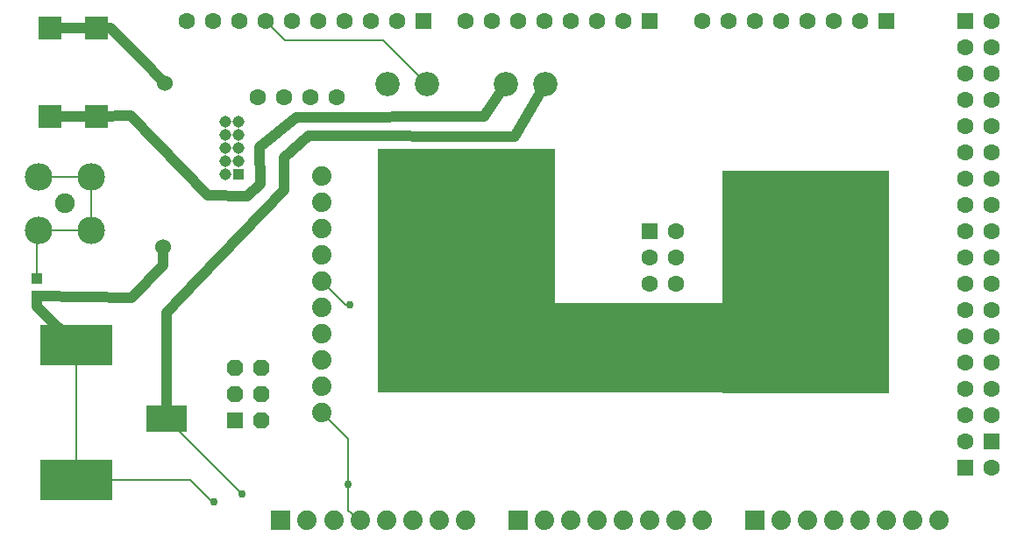
<source format=gbr>
G04 EAGLE Gerber RS-274X export*
G75*
%MOMM*%
%FSLAX34Y34*%
%LPD*%
%INTop Copper*%
%IPPOS*%
%AMOC8*
5,1,8,0,0,1.08239X$1,22.5*%
G01*
%ADD10R,49.326800X8.737600*%
%ADD11R,16.052800X21.564600*%
%ADD12R,1.879600X1.879600*%
%ADD13C,1.879600*%
%ADD14R,1.600200X1.600200*%
%ADD15C,1.600200*%
%ADD16C,1.143000*%
%ADD17R,1.108000X1.108000*%
%ADD18P,1.732040X8X22.500000*%
%ADD19R,4.000000X2.500000*%
%ADD20R,7.000000X4.000000*%
%ADD21C,2.355000*%
%ADD22R,17.200000X20.000000*%
%ADD23R,1.000000X1.100000*%
%ADD24C,1.905000*%
%ADD25C,2.667000*%
%ADD26R,2.200000X2.200000*%
%ADD27C,0.203200*%
%ADD28C,1.016000*%
%ADD29C,0.756400*%
%ADD30C,1.524000*%


D10*
X948436Y417830D03*
D11*
X1114806Y481965D03*
D12*
X836930Y251460D03*
D13*
X862330Y251460D03*
X887730Y251460D03*
X913130Y251460D03*
X938530Y251460D03*
X963930Y251460D03*
X989330Y251460D03*
X1014730Y251460D03*
X684530Y251460D03*
X709930Y251460D03*
X735330Y251460D03*
X760730Y251460D03*
X786130Y251460D03*
D12*
X1065530Y251460D03*
D13*
X1090930Y251460D03*
X1116330Y251460D03*
X1141730Y251460D03*
X1167130Y251460D03*
X1192530Y251460D03*
X1217930Y251460D03*
X1243330Y251460D03*
D14*
X1294130Y327660D03*
D15*
X1268730Y327660D03*
X1294130Y353060D03*
X1268730Y353060D03*
X1294130Y378460D03*
X1268730Y378460D03*
X1294130Y403860D03*
X1268730Y403860D03*
X1294130Y429260D03*
X1268730Y429260D03*
X1294130Y454660D03*
X1268730Y454660D03*
X1294130Y480060D03*
X1268730Y480060D03*
X1294130Y505460D03*
X1268730Y505460D03*
X1294130Y530860D03*
X1268730Y530860D03*
X1294130Y556260D03*
X1268730Y556260D03*
X1294130Y581660D03*
X1268730Y581660D03*
X1294130Y607060D03*
X1268730Y607060D03*
X1294130Y632460D03*
X1268730Y632460D03*
X1294130Y657860D03*
X1268730Y657860D03*
X1294130Y683260D03*
X1268730Y683260D03*
X1294130Y708660D03*
X1268730Y708660D03*
D14*
X1192530Y734060D03*
D15*
X1167130Y734060D03*
X1141730Y734060D03*
X1116330Y734060D03*
X1090930Y734060D03*
X1065530Y734060D03*
X1040130Y734060D03*
X1014730Y734060D03*
D14*
X963930Y530860D03*
D15*
X963930Y505460D03*
X963930Y480060D03*
X989330Y530860D03*
X989330Y505460D03*
X989330Y480060D03*
D14*
X1268730Y734060D03*
D15*
X1294130Y734060D03*
D14*
X1268730Y302260D03*
D15*
X1294130Y302260D03*
D14*
X963930Y734060D03*
D15*
X938530Y734060D03*
X913130Y734060D03*
X887730Y734060D03*
X862330Y734060D03*
X836930Y734060D03*
X811530Y734060D03*
X786130Y734060D03*
D14*
X745490Y734060D03*
D15*
X720090Y734060D03*
X694690Y734060D03*
X669290Y734060D03*
X643890Y734060D03*
X618490Y734060D03*
X593090Y734060D03*
X567690Y734060D03*
X542290Y734060D03*
X516890Y734060D03*
D16*
X554393Y636342D03*
X554393Y623642D03*
X567093Y623642D03*
X567093Y636342D03*
X554393Y610942D03*
X567093Y610942D03*
X554393Y598242D03*
X567093Y598242D03*
X554393Y585542D03*
D17*
X567093Y585542D03*
D15*
X661807Y660626D03*
X636407Y660626D03*
X611007Y660626D03*
X585607Y660626D03*
D18*
X564040Y398660D03*
X564040Y373260D03*
D14*
X564040Y347860D03*
D18*
X589440Y398660D03*
X589440Y373260D03*
X589440Y347860D03*
D12*
X608260Y251330D03*
D13*
X633660Y251330D03*
X659130Y251450D03*
D19*
X497900Y349600D03*
D20*
X410400Y420600D03*
X410400Y290600D03*
D21*
X863600Y673100D03*
X825500Y673100D03*
X749300Y673100D03*
X711200Y673100D03*
D22*
X787400Y510160D03*
D13*
X647700Y355600D03*
X647700Y381000D03*
X647700Y406400D03*
X647700Y431800D03*
X647700Y457200D03*
X647700Y482600D03*
X647700Y508000D03*
X647700Y533400D03*
X647700Y558800D03*
X647700Y584200D03*
D23*
X372872Y468004D03*
X372872Y485004D03*
D24*
X399288Y557530D03*
D25*
X424787Y532031D03*
X373789Y532031D03*
X373789Y583029D03*
X424787Y583029D03*
D26*
X429758Y727530D03*
X384758Y727530D03*
X384758Y641530D03*
X429758Y641530D03*
D27*
X497900Y349600D02*
X570386Y277114D01*
D28*
X833628Y622554D02*
X863600Y673100D01*
X833628Y622554D02*
X635000Y623316D01*
X611124Y601980D01*
X611124Y570992D01*
X528066Y484632D01*
X497840Y452374D01*
X497900Y349600D01*
D29*
X570386Y277114D03*
D28*
X622716Y640919D02*
X803910Y641350D01*
X622716Y640919D02*
X587285Y612273D01*
X587982Y576718D01*
X576055Y564966D01*
X803910Y641350D02*
X825500Y673100D01*
X429758Y641530D02*
X384758Y641530D01*
X537972Y565658D02*
X576055Y564966D01*
X537972Y565658D02*
X463296Y642366D01*
X429758Y641530D01*
X372872Y468004D02*
X372872Y458382D01*
X410400Y420854D02*
X410400Y420600D01*
X410400Y420854D02*
X372872Y458382D01*
D27*
X410400Y420600D02*
X410400Y290600D01*
X520576Y290600D01*
X542190Y268986D02*
X543460Y268986D01*
X542190Y268986D02*
X520576Y290600D01*
D28*
X443426Y727530D02*
X429758Y727530D01*
X443426Y727530D02*
X472631Y698325D01*
X496062Y673608D01*
D30*
X496062Y673608D03*
X494792Y515620D03*
D28*
X494792Y497586D01*
X463785Y466579D01*
X372872Y468004D01*
X384758Y727530D02*
X429758Y727530D01*
D29*
X543460Y268986D03*
D27*
X372872Y485004D02*
X372872Y531114D01*
X373789Y532031D01*
X373789Y583029D02*
X424787Y583029D01*
X424787Y532031D01*
X373789Y532031D01*
X647700Y482600D02*
X670814Y459486D01*
X674624Y459486D01*
D29*
X674624Y459486D03*
D27*
X749300Y673100D02*
X707160Y715240D01*
X611910Y715240D02*
X593090Y734060D01*
X611910Y715240D02*
X707160Y715240D01*
D29*
X673354Y286258D03*
D27*
X673354Y329946D02*
X647700Y355600D01*
X673354Y329946D02*
X673354Y286258D01*
X673354Y261112D01*
X684530Y251460D01*
M02*

</source>
